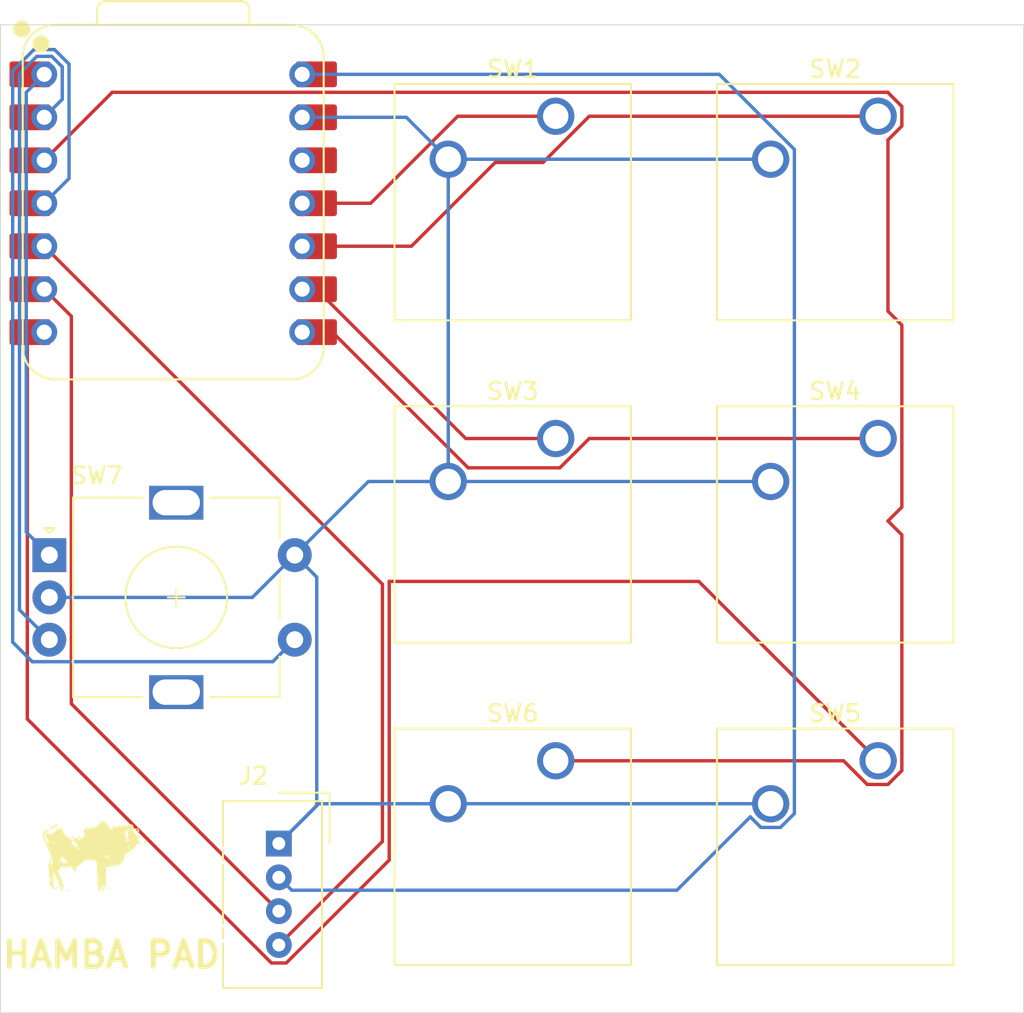
<source format=kicad_pcb>
(kicad_pcb (version 20241229) (generator "pcbnew") (generator_version "9.0")
  (layers (0 "F.Cu" signal) (2 "B.Cu" signal) (13 "F.Paste" user) (15 "B.Paste" user) (5 "F.SilkS" user "F.Silkscreen") (7 "B.SilkS" user "B.Silkscreen") (1 "F.Mask" user) (3 "B.Mask" user) (25 "Edge.Cuts" user))
  (net 0 "")
  (net 1 "Earth")
  (net 2 "SDA")
  (net 3 "+5V")
  (net 4 "SCL")
  (net 5 "SW1")
  (net 6 "SW2")
  (net 7 "SW3")
  (net 8 "SW4")
  (net 9 "SW5")
  (net 10 "SW6")
  (net 11 "Rotary 1")
  (net 12 "SW7")
  (net 13 "Rotary 2")
  (footprint "Button_Switch_Keyboard:SW_Cherry_MX_1.00u_PCB" (layer "F.Cu") (at 187.96 85.4075)
    (property "Reference" "SW3" (at -2.54 -2.794 0) (layer "F.SilkS"))
    (property "Value" "SW_Push")
    (fp_line (start -9.525 -1.905) (end 4.445 -1.905) (stroke (width 0.12)) (layer "F.SilkS"))
    (fp_line (start -9.525 12.065) (end -9.525 -1.905) (stroke (width 0.12)) (layer "F.SilkS"))
    (fp_line (start 4.445 -1.905) (end 4.445 12.065) (stroke (width 0.12)) (layer "F.SilkS"))
    (fp_line (start 4.445 12.065) (end -9.525 12.065) (stroke (width 0.12)) (layer "F.SilkS"))
    (pad "" np_thru_hole circle (at -7.62 5.08) (size 1.7 1.7) (drill 1.7) (layers "*.Cu" "*.Mask"))
    (pad "" np_thru_hole circle (at -2.54 5.08) (size 4 4) (drill 4) (layers "*.Cu" "*.Mask"))
    (pad "" np_thru_hole circle (at 2.54 5.08) (size 1.7 1.7) (drill 1.7) (layers "*.Cu" "*.Mask"))
    (pad "1" thru_hole circle (at 0 0) (size 2.2 2.2) (drill 1.5) (layers "*.Cu" "*.Mask") (net 7 "SW3"))
    (pad "2" thru_hole circle (at -6.35 2.54) (size 2.2 2.2) (drill 1.5) (layers "*.Cu" "*.Mask") (net 1 "Earth"))
  )
  (footprint "Rotary_Encoder:RotaryEncoder_Alps_EC11E-Switch_Vertical_H20mm" (layer "F.Cu") (at 158.04 92.3)
    (property "Reference" "SW7" (at 2.8 -4.7 0) (layer "F.SilkS"))
    (property "Value" "RotaryEncoder_Switch")
    (fp_line (start -0.3 -1.6) (end 0.3 -1.6) (stroke (width 0.12)) (layer "F.SilkS"))
    (fp_line (start 0 -1.3) (end -0.3 -1.6) (stroke (width 0.12)) (layer "F.SilkS"))
    (fp_line (start 0.3 -1.6) (end 0 -1.3) (stroke (width 0.12)) (layer "F.SilkS"))
    (fp_line (start 1.4 -3.4) (end 1.4 8.4) (stroke (width 0.12)) (layer "F.SilkS"))
    (fp_line (start 5.5 -3.4) (end 1.4 -3.4) (stroke (width 0.12)) (layer "F.SilkS"))
    (fp_line (start 5.5 8.4) (end 1.4 8.4) (stroke (width 0.12)) (layer "F.SilkS"))
    (fp_line (start 7 2.5) (end 8 2.5) (stroke (width 0.12)) (layer "F.SilkS"))
    (fp_line (start 7.5 2) (end 7.5 3) (stroke (width 0.12)) (layer "F.SilkS"))
    (fp_line (start 9.5 -3.4) (end 13.6 -3.4) (stroke (width 0.12)) (layer "F.SilkS"))
    (fp_line (start 13.6 -3.4) (end 13.6 -1) (stroke (width 0.12)) (layer "F.SilkS"))
    (fp_line (start 13.6 1.2) (end 13.6 3.8) (stroke (width 0.12)) (layer "F.SilkS"))
    (fp_line (start 13.6 6) (end 13.6 8.4) (stroke (width 0.12)) (layer "F.SilkS"))
    (fp_line (start 13.6 8.4) (end 9.5 8.4) (stroke (width 0.12)) (layer "F.SilkS"))
    (fp_circle (center 7.5 2.5) (end 10.5 2.5) (stroke (width 0.12)) (fill no) (layer "F.SilkS"))
    (pad "A" thru_hole rect (at 0 0) (size 2 2) (drill 1) (layers "*.Cu" "*.Mask") (net 11 "Rotary 1"))
    (pad "B" thru_hole circle (at 0 5) (size 2 2) (drill 1) (layers "*.Cu" "*.Mask") (net 13 "Rotary 2"))
    (pad "C" thru_hole circle (at 0 2.5) (size 2 2) (drill 1) (layers "*.Cu" "*.Mask") (net 1 "Earth"))
    (pad "MP" thru_hole rect (at 7.5 -3.1) (size 3.2 2) (drill oval 2.8 1.5) (layers "*.Cu" "*.Mask"))
    (pad "MP" thru_hole rect (at 7.5 8.1) (size 3.2 2) (drill oval 2.8 1.5) (layers "*.Cu" "*.Mask"))
    (pad "S1" thru_hole circle (at 14.5 5) (size 2 2) (drill 1) (layers "*.Cu" "*.Mask") (net 12 "SW7"))
    (pad "S2" thru_hole circle (at 14.5 0) (size 2 2) (drill 1) (layers "*.Cu" "*.Mask") (net 1 "Earth"))
  )
  (footprint "Connector:NS-Tech_Grove_1x04_P2mm_Vertical" (layer "F.Cu") (at 171.6 109.3475)
    (property "Reference" "J2" (at -1.5 -4 0) (layer "F.SilkS"))
    (property "Value" "Conn_01x04_Pin")
    (fp_line (start -3.3 -2.5) (end -3.3 0.15) (stroke (width 0.12)) (layer "F.SilkS"))
    (fp_line (start -3.3 -2.5) (end 2.55 -2.5) (stroke (width 0.12)) (layer "F.SilkS"))
    (fp_line (start -3.3 0.4) (end -3.3 1) (stroke (width 0.12)) (layer "F.SilkS"))
    (fp_line (start -3.3 1.25) (end -3.3 4.75) (stroke (width 0.12)) (layer "F.SilkS"))
    (fp_line (start -3.3 5) (end -3.3 5.6) (stroke (width 0.12)) (layer "F.SilkS"))
    (fp_line (start -3.3 5.9) (end -3.3 8.55) (stroke (width 0.12)) (layer "F.SilkS"))
    (fp_line (start -3.3 8.55) (end 2.55 8.55) (stroke (width 0.12)) (layer "F.SilkS"))
    (fp_line (start 0 -3) (end 3 -3) (stroke (width 0.12)) (layer "F.SilkS"))
    (fp_line (start 2.55 -2.5) (end 2.55 8.55) (stroke (width 0.12)) (layer "F.SilkS"))
    (fp_line (start 3 -3) (end 3 0) (stroke (width 0.12)) (layer "F.SilkS"))
    (pad "1" thru_hole rect (at 0 0) (size 1.524 1.524) (drill 0.762) (layers "*.Cu" "*.Mask") (net 1 "Earth"))
    (pad "2" thru_hole circle (at 0 2) (size 1.524 1.524) (drill 0.762) (layers "*.Cu" "*.Mask") (net 3 "+5V"))
    (pad "3" thru_hole circle (at 0 4) (size 1.524 1.524) (drill 0.762) (layers "*.Cu" "*.Mask") (net 4 "SCL"))
    (pad "4" thru_hole circle (at 0 6) (size 1.524 1.524) (drill 0.762) (layers "*.Cu" "*.Mask") (net 2 "SDA"))
  )
  (footprint "New folder:hama" (layer "F.Cu") (at 160.55 109.94)
    (property "Reference" "G***" (at 0 0 0) (layer "F.SilkS") (effects (font (size 1.5 1.5) (thickness 0.3))))
    (property "Value" "LOGO" (hide yes))
    (fp_poly (pts (xy -2.146287 1.913886) (xy -2.159958 1.927556) (xy -2.173628 1.913886) (xy -2.159958 1.900215)) (fill yes) (layer "F.SilkS"))
    (fp_poly (pts (xy -1.517439 2.077933) (xy -1.531109 2.091604) (xy -1.54478 2.077933) (xy -1.531109 2.064262)) (fill yes) (layer "F.SilkS"))
    (fp_poly (pts (xy 0.505812 2.132615) (xy 0.492141 2.146286) (xy 0.478471 2.132615) (xy 0.492141 2.118945)) (fill yes) (layer "F.SilkS"))
    (fp_poly (pts (xy 0.642518 2.24198) (xy 0.628847 2.255651) (xy 0.615177 2.24198) (xy 0.628847 2.22831)) (fill yes) (layer "F.SilkS"))
    (fp_poly (pts (xy 0.642518 2.296663) (xy 0.628847 2.310333) (xy 0.615177 2.296663) (xy 0.628847 2.282992)) (fill yes) (layer "F.SilkS"))
    (fp_poly (pts (xy 0.724542 2.296663) (xy 0.710871 2.310333) (xy 0.697201 2.296663) (xy 0.710871 2.282992)) (fill yes) (layer "F.SilkS"))
    (fp_poly (pts (xy 0.943272 1.913886) (xy 0.929601 1.927556) (xy 0.91593 1.913886) (xy 0.929601 1.900215)) (fill yes) (layer "F.SilkS"))
    (fp_poly (pts (xy 2.365015 -1.77718) (xy 2.351345 -1.763509) (xy 2.337674 -1.77718) (xy 2.351345 -1.790851)) (fill yes) (layer "F.SilkS"))
    (fp_poly (pts (xy 2.665769 -1.585791) (xy 2.652098 -1.572121) (xy 2.638428 -1.585791) (xy 2.652098 -1.599462)) (fill yes) (layer "F.SilkS"))
    (fp_poly (pts (xy 2.775134 -1.230355) (xy 2.761463 -1.216685) (xy 2.747793 -1.230355) (xy 2.761463 -1.244026)) (fill yes) (layer "F.SilkS"))
    (fp_poly (pts (xy 3.021205 -0.65619) (xy 3.007534 -0.642519) (xy 2.993864 -0.65619) (xy 3.007534 -0.66986)) (fill yes) (layer "F.SilkS"))
    (fp_poly (pts (xy 3.048546 -0.601507) (xy 3.034875 -0.587837) (xy 3.021205 -0.601507) (xy 3.034875 -0.615178)) (fill yes) (layer "F.SilkS"))
    (fp_poly (pts (xy -1.581235 2.100717) (xy -1.584988 2.116972) (xy -1.599463 2.118945) (xy -1.621967 2.108941) (xy -1.61769 2.100717) (xy -1.585242 2.097445)) (fill yes) (layer "F.SilkS"))
    (fp_poly (pts (xy 3.066774 -0.551382) (xy 3.06302 -0.535127) (xy 3.048546 -0.533154) (xy 3.026041 -0.543158) (xy 3.030319 -0.551382) (xy 3.062766 -0.554654)) (fill yes) (layer "F.SilkS"))
    (fp_poly (pts (xy -2.511122 -1.309299) (xy -2.515394 -1.298709) (xy -2.539963 -1.272625) (xy -2.544348 -1.271367) (xy -2.556092 -1.292521) (xy -2.556406 -1.298709) (xy -2.535387 -1.324999) (xy -2.527451 -1.32605)) (fill yes) (layer "F.SilkS"))
    (fp_poly (pts (xy 0.806565 2.24198) (xy 0.832649 2.266549) (xy 0.833907 2.270935) (xy 0.812753 2.282679) (xy 0.806565 2.282992) (xy 0.780275 2.261974) (xy 0.779224 2.254037) (xy 0.795974 2.237708)) (fill yes) (layer "F.SilkS"))
    (fp_poly (pts (xy 0.825329 1.972559) (xy 0.820236 1.982239) (xy 0.794475 2.00835) (xy 0.789668 2.00958) (xy 0.787802 1.991919) (xy 0.792895 1.982239) (xy 0.818656 1.956128) (xy 0.823463 1.954898)) (fill yes) (layer "F.SilkS"))
    (fp_poly (pts (xy 2.827401 -1.083178) (xy 2.85213 -1.039082) (xy 2.87202 -0.983519) (xy 2.864668 -0.974337) (xy 2.835901 -1.014363) (xy 2.828563 -1.027638) (xy 2.809191 -1.07586) (xy 2.809489 -1.096107)) (fill yes) (layer "F.SilkS"))
    (fp_poly (pts (xy 1.069077 2.058897) (xy 1.066307 2.064262) (xy 1.028223 2.086104) (xy 0.989505 2.091185) (xy 0.950502 2.086839) (xy 0.961414 2.070464) (xy 0.970613 2.064262) (xy 1.021422 2.04172) (xy 1.060153 2.039932)) (fill yes) (layer "F.SilkS"))
    (fp_poly (pts (xy -1.107603 -0.996007) (xy -1.099833 -0.942234) (xy -1.100975 -0.937245) (xy -1.112272 -0.899033) (xy -1.127047 -0.896811) (xy -1.160199 -0.932572) (xy -1.172346 -0.946795) (xy -1.203525 -0.994134) (xy -1.193601 -1.022267) (xy -1.188034 -1.026106) (xy -1.142588 -1.029665)) (fill yes) (layer "F.SilkS"))
    (fp_poly (pts (xy 3.158117 -0.762584) (xy 3.175442 -0.746059) (xy 3.206235 -0.700974) (xy 3.198821 -0.648948) (xy 3.190687 -0.629858) (xy 3.158203 -0.581634) (xy 3.122871 -0.557154) (xy 3.10098 -0.567331) (xy 3.087573 -0.643681) (xy 3.091205 -0.718466) (xy 3.102651 -0.751884) (xy 3.127453 -0.777508)) (fill yes) (layer "F.SilkS"))
    (fp_poly (pts (xy -1.460566 2.153121) (xy -1.419017 2.192887) (xy -1.391431 2.200969) (xy -1.364196 2.214575) (xy -1.367062 2.22831) (xy -1.406504 2.253192) (xy -1.424972 2.255651) (xy -1.452613 2.242842) (xy -1.450253 2.230199) (xy -1.453682 2.195084) (xy -1.46231 2.187574) (xy -1.488411 2.147501) (xy -1.489266 2.137837) (xy -1.478094 2.130464)) (fill yes) (layer "F.SilkS"))
    (fp_poly (pts (xy 2.707952 -1.522603) (xy 2.740819 -1.468946) (xy 2.773914 -1.403115) (xy 2.79722 -1.344418) (xy 2.802373 -1.319214) (xy 2.7831 -1.280914) (xy 2.743265 -1.272992) (xy 2.710172 -1.299396) (xy 2.707793 -1.305544) (xy 2.69794 -1.353008) (xy 2.689158 -1.420817) (xy 2.68338 -1.488407) (xy 2.682534 -1.535214) (xy 2.685332 -1.54478)) (fill yes) (layer "F.SilkS"))
    (fp_poly (pts (xy -1.985642 -1.713261) (xy -1.983061 -1.70922) (xy -1.979348 -1.666792) (xy -2.012987 -1.637206) (xy -2.066647 -1.633368) (xy -2.079595 -1.637328) (xy -2.113691 -1.631715) (xy -2.118946 -1.612795) (xy -2.14227 -1.577186) (xy -2.187299 -1.556007) (xy -2.238449 -1.535998) (xy -2.255652 -1.517663) (xy -2.277848 -1.492445) (xy -2.303499 -1.480621) (xy -2.363096 -1.451849) (xy -2.408121 -1.422564) (xy -2.456638 -1.39727) (xy -2.48331 -1.398774) (xy -2.498949 -1.439005) (xy -2.501723 -1.469092) (xy -2.485357 -1.504645) (xy -2.432021 -1.546586) (xy -2.335357 -1.599488) (xy -2.289829 -1.621574) (xy -2.171195 -1.677808) (xy -2.094684 -1.71324) (xy -2.052947 -1.730371) (xy -2.03864 -1.731704) (xy -2.044417 -1.719741) (xy -2.060776 -1.699603) (xy -2.083768 -1.664668) (xy -2.065768 -1.654444) (xy -2.053941 -1.654144) (xy -2.016259 -1.676487) (xy -2.009162 -1.701992) (xy -2.004573 -1.733486)) (fill yes) (layer "F.SilkS"))
    (fp_poly (pts (xy 0.704376 -1.90168) (xy 0.799797 -1.858364) (xy 0.88908 -1.782458) (xy 0.950675 -1.693247) (xy 0.958068 -1.67465) (xy 0.983748 -1.634274) (xy 1.000064 -1.626803) (xy 1.024611 -1.604013) (xy 1.06155 -1.54503) (xy 1.09296 -1.483262) (xy 1.160089 -1.33972) (xy 1.16267 -1.425986) (xy 2.127743 -1.425986) (xy 2.132172 -1.399046) (xy 2.158196 -1.353493) (xy 2.191894 -1.309203) (xy 2.219348 -1.286051) (xy 2.225178 -1.286862) (xy 2.21931 -1.313993) (xy 2.190653 -1.365758) (xy 2.188816 -1.368581) (xy 2.152625 -1.413928) (xy 2.128572 -1.426645) (xy 2.127743 -1.425986) (xy 1.16267 -1.425986) (xy 1.16377 -1.462756) (xy 1.167361 -1.532408) (xy 1.173951 -1.552431) (xy 1.185903 -1.527873) (xy 1.189343 -1.517438) (xy 1.205668 -1.477725) (xy 1.213335 -1.490341) (xy 1.213958 -1.498546) (xy 1.227976 -1.531874) (xy 1.244025 -1.531109) (xy 1.266933 -1.537905) (xy 1.271366 -1.560184) (xy 1.279893 -1.59026) (xy 1.308058 -1.575706) (xy 1.346569 -1.556999) (xy 1.359892 -1.560396) (xy 1.394882 -1.573672) (xy 1.460334 -1.586057) (xy 1.469413 -1.587243) (xy 1.558245 -1.604543) (xy 1.657881 -1.632426) (xy 1.677321 -1.639005) (xy 1.747523 -1.66204) (xy 1.780531 -1.664103) (xy 1.790309 -1.643544) (xy 1.79085 -1.62559) (xy 1.802532 -1.581825) (xy 1.818191 -1.572121) (xy 1.838651 -1.595545) (xy 1.845532 -1.641332) (xy 1.864154 -1.705746) (xy 1.91061 -1.729019) (xy 1.970784 -1.70509) (xy 1.978574 -1.698472) (xy 2.039642 -1.664116) (xy 2.104735 -1.655807) (xy 2.152439 -1.674736) (xy 2.161183 -1.688321) (xy 2.193479 -1.711654) (xy 2.255173 -1.724435) (xy 2.32648 -1.7264) (xy 2.387615 -1.717287) (xy 2.418793 -1.696834) (xy 2.419698 -1.691753) (xy 2.43415 -1.657588) (xy 2.444479 -1.654144) (xy 2.458524 -1.632364) (xy 2.454923 -1.599316) (xy 2.458721 -1.528705) (xy 2.503102 -1.483137) (xy 2.575505 -1.47477) (xy 2.582217 -1.476091) (xy 2.63617 -1.479803) (xy 2.656326 -1.452455) (xy 2.657972 -1.439117) (xy 2.645485 -1.398117) (xy 2.592505 -1.376145) (xy 2.574998 -1.373086) (xy 2.503588 -1.371907) (xy 2.453414 -1.38767) (xy 2.453214 -1.38783) (xy 2.414278 -1.405942) (xy 2.402559 -1.381458) (xy 2.420882 -1.320724) (xy 2.422105 -1.318015) (xy 2.468404 -1.259876) (xy 2.519031 -1.231885) (xy 2.576375 -1.201592) (xy 2.647404 -1.143617) (xy 2.717025 -1.073081) (xy 2.770145 -1.005104) (xy 2.791297 -0.959126) (xy 2.776906 -0.924992) (xy 2.726587 -0.915931) (xy 2.655538 -0.915931) (xy 2.724999 -0.840743) (xy 2.78889 -0.759345) (xy 2.814137 -0.697734) (xy 2.798357 -0.662138) (xy 2.794104 -0.660115) (xy 2.797053 -0.650784) (xy 2.843013 -0.64299) (xy 2.870828 -0.640954) (xy 2.927656 -0.635201) (xy 2.934341 -0.627397) (xy 2.918675 -0.623223) (xy 2.866005 -0.601324) (xy 2.865938 -0.572069) (xy 2.9139 -0.546171) (xy 2.952981 -0.526855) (xy 2.956744 -0.514262) (xy 2.924439 -0.513093) (xy 2.86156 -0.527519) (xy 2.84243 -0.533503) (xy 2.741435 -0.549475) (xy 2.659495 -0.520392) (xy 2.589632 -0.442483) (xy 2.553877 -0.377558) (xy 2.488157 -0.277188) (xy 2.398374 -0.210376) (xy 2.270639 -0.167173) (xy 2.25565 -0.163854) (xy 2.174127 -0.132305) (xy 2.087494 -0.078531) (xy 2.064262 -0.059754) (xy 2.008824 -0.00391) (xy 1.973772 0.056497) (xy 1.949762 0.141054) (xy 1.937813 0.205335) (xy 1.907171 0.331355) (xy 1.863125 0.443313) (xy 1.811753 0.529897) (xy 1.759135 0.579793) (xy 1.732476 0.587498) (xy 1.686395 0.608872) (xy 1.642957 0.656235) (xy 1.610245 0.695747) (xy 1.567367 0.716028) (xy 1.496843 0.722878) (xy 1.441589 0.723037) (xy 1.287766 0.724245) (xy 1.178958 0.731216) (xy 1.11873 0.743616) (xy 1.107319 0.754464) (xy 1.083032 0.769228) (xy 1.021665 0.785053) (xy 0.986474 0.791138) (xy 0.865629 0.809259) (xy 0.848606 1.006137) (xy 0.834409 1.268032) (xy 0.833288 1.5625) (xy 0.838842 1.742521) (xy 0.83941 1.837912) (xy 0.828095 1.895467) (xy 0.801035 1.93144) (xy 0.792307 1.938276) (xy 0.756918 1.96821) (xy 0.757697 1.994795) (xy 0.793258 2.038546) (xy 0.847577 2.099792) (xy 0.770098 2.080931) (xy 0.720305 2.074461) (xy 0.706705 2.084809) (xy 0.707125 2.085542) (xy 0.693972 2.1087) (xy 0.643213 2.136868) (xy 0.625619 2.143731) (xy 0.556813 2.180262) (xy 0.513119 2.224657) (xy 0.510065 2.231278) (xy 0.488077 2.2663) (xy 0.458415 2.251988) (xy 0.457155 2.25074) (xy 0.4302 2.197854) (xy 0.423788 2.154488) (xy 0.421001 2.141789) (xy 0.463527 2.141789) (xy 0.469358 2.155401) (xy 0.50607 2.158527) (xy 0.564762 2.136337) (xy 0.625926 2.099138) (xy 0.670055 2.057237) (xy 0.676837 2.045773) (xy 0.691627 1.977439) (xy 0.683066 1.908279) (xy 0.656062 1.858338) (xy 0.627806 1.845533) (xy 0.599536 1.861707) (xy 0.602963 1.909955) (xy 0.600207 1.966635) (xy 0.573922 2.020182) (xy 0.536409 2.052549) (xy 0.506716 2.051151) (xy 0.485546 2.06171) (xy 0.468038 2.100607) (xy 0.463527 2.141789) (xy 0.421001 2.141789) (xy 0.413102 2.105793) (xy 0.394833 2.091604) (xy 0.379388 2.074468) (xy 0.384666 2.061206) (xy 0.382692 2.022647) (xy 0.369075 2.009561) (xy 0.352011 1.97602) (xy 0.339269 1.897058) (xy 0.330445 1.769272) (xy 0.326417 1.650346) (xy 0.32308 1.531109) (xy 0.568314 1.531109) (xy 0.570052 1.595949) (xy 0.574925 1.61965) (xy 0.579741 1.606673) (xy 0.584664 1.531664) (xy 0.580114 1.469967) (xy 0.57385 1.450993) (xy 0.569544 1.480544) (xy 0.568314 1.531109) (xy 0.32308 1.531109) (xy 0.317355 1.326564) (xy 0.307272 1.052422) (xy 0.296226 0.828833) (xy 0.286137 0.68353) (xy 1.079978 0.68353) (xy 1.093648 0.697201) (xy 1.107319 0.68353) (xy 1.093648 0.66986) (xy 1.079978 0.68353) (xy 0.286137 0.68353) (xy 0.284275 0.656707) (xy 0.271478 0.536957) (xy 0.257893 0.470492) (xy 0.250424 0.457205) (xy 0.181139 0.423789) (xy 1.162001 0.423789) (xy 1.172005 0.446294) (xy 1.180229 0.442016) (xy 1.183501 0.409569) (xy 1.180229 0.405561) (xy 1.163975 0.409314) (xy 1.162001 0.423789) (xy 0.181139 0.423789) (xy 0.153142 0.410286) (xy 0.021527 0.382133) (xy -0.126957 0.373993) (xy -0.274842 0.387113) (xy -0.377086 0.412408) (xy -0.444323 0.439745) (xy -0.503693 0.477043) (xy -0.566122 0.533712) (xy -0.642538 0.619159) (xy -0.705067 0.694814) (xy -0.764192 0.739057) (xy -0.805296 0.738616) (xy -0.847764 0.734626) (xy -0.876711 0.760893) (xy -0.897568 0.826179) (xy -0.911805 0.91047) (xy -0.92824 0.992063) (xy -0.952601 1.033153) (xy -0.989935 1.047516) (xy -1.034089 1.041231) (xy -1.073778 1.001165) (xy -1.109765 0.938151) (xy -1.211261 0.771515) (xy -1.345287 0.598826) (xy -1.495977 0.439485) (xy -1.575852 0.36818) (xy -1.656004 0.303742) (xy -1.720753 0.255856) (xy -1.758286 0.233158) (xy -1.761582 0.2324) (xy -1.802223 0.254768) (xy -1.828336 0.323764) (xy -1.8408 0.44223) (xy -1.842062 0.492142) (xy -1.847816 0.670462) (xy -1.860197 0.811813) (xy -1.878437 0.91119) (xy -1.901769 0.96359) (xy -1.915423 0.970613) (xy -1.962087 0.990653) (xy -1.972948 1.03523) (xy -1.960344 1.06067) (xy -1.939448 1.107051) (xy -1.919571 1.182854) (xy -1.914575 1.209849) (xy -1.897958 1.280649) (xy -1.878738 1.321815) (xy -1.871711 1.326049) (xy -1.85216 1.350051) (xy -1.833257 1.409612) (xy -1.829405 1.428579) (xy -1.803666 1.52346) (xy -1.764894 1.621979) (xy -1.758779 1.634576) (xy -1.730077 1.704411) (xy -1.720683 1.755033) (xy -1.723078 1.764447) (xy -1.724047 1.789267) (xy -1.717276 1.791063) (xy -1.690715 1.813194) (xy -1.664233 1.857976) (xy -1.647667 1.92239) (xy -1.671568 1.979299) (xy -1.699809 2.029702) (xy -1.70609 2.055927) (xy -1.705758 2.103166) (xy -1.723207 2.107244) (xy -1.736169 2.091604) (xy -1.757999 2.06862) (xy -1.763091 2.085626) (xy -1.741516 2.125079) (xy -1.722655 2.136339) (xy -1.694891 2.162075) (xy -1.696927 2.176492) (xy -1.730706 2.200271) (xy -1.764056 2.174165) (xy -1.779099 2.139451) (xy -1.810962 2.070754) (xy -1.847918 2.014479) (xy -1.88384 1.951854) (xy -1.921465 1.861166) (xy -1.940368 1.803434) (xy -1.972359 1.707564) (xy -2.016905 1.592601) (xy -2.068952 1.469545) (xy -2.123445 1.349399) (xy -2.175329 1.243163) (xy -2.219551 1.16184) (xy -2.251055 1.116431) (xy -2.258536 1.110915) (xy -2.273272 1.11906) (xy -2.280716 1.160403) (xy -2.281266 1.241793) (xy -2.275325 1.370078) (xy -2.274504 1.383845) (xy -2.26604 1.509481) (xy -2.257001 1.62005) (xy -2.248688 1.700657) (xy -2.244262 1.730063) (xy -2.243101 1.771966) (xy -2.257081 1.776296) (xy -2.275964 1.787075) (xy -2.282993 1.831107) (xy -2.26695 1.892424) (xy -2.238145 1.919141) (xy -2.209038 1.935919) (xy -2.224208 1.958393) (xy -2.242985 1.972683) (xy -2.27663 2.002607) (xy -2.272601 2.022766) (xy -2.224711 2.039346) (xy -2.163913 2.051736) (xy -2.097312 2.06241) (xy -2.073593 2.056344) (xy -2.082065 2.027751) (xy -2.090356 2.011913) (xy -2.109595 1.970786) (xy -2.095119 1.970166) (xy -2.067285 1.986697) (xy -2.032331 2.025272) (xy -2.045206 2.060068) (xy -2.099144 2.08421) (xy -2.170141 2.09123) (xy -2.295631 2.081453) (xy -2.369681 2.053268) (xy -2.392358 2.010078) (xy -2.408268 1.954233) (xy -2.442069 1.897067) (xy -2.468454 1.848091) (xy -2.485243 1.776651) (xy -2.494643 1.670378) (xy -2.49763 1.585791) (xy -2.504071 1.441826) (xy -2.515706 1.28775) (xy -2.530196 1.15369) (xy -2.532481 1.137097) (xy -2.544791 1.025884) (xy -2.549647 0.925714) (xy -2.546068 0.857514) (xy -2.545685 0.855491) (xy -2.543946 0.833907) (xy -2.474382 0.833907) (xy -2.464378 0.856412) (xy -2.456154 0.852135) (xy -2.452882 0.819687) (xy -2.456154 0.81568) (xy -2.472409 0.819433) (xy -2.474382 0.833907) (xy -2.543946 0.833907) (xy -2.541454 0.802978) (xy -2.555784 0.792513) (xy -2.556016 0.792654) (xy -2.581469 0.786517) (xy -2.591547 0.762437) (xy -2.462303 0.762437) (xy -2.443471 0.765376) (xy -2.434003 0.762014) (xy -2.397272 0.727724) (xy -2.392358 0.707946) (xy -2.400866 0.672668) (xy -2.424856 0.688421) (xy -2.446711 0.723927) (xy -2.462303 0.762437) (xy -2.591547 0.762437) (xy -2.598284 0.746339) (xy -2.598992 0.738213) (xy -2.528227 0.738213) (xy -2.516945 0.743104) (xy -2.501723 0.724542) (xy -2.478587 0.674699) (xy -2.475219 0.656189) (xy -2.486501 0.651298) (xy -2.501723 0.66986) (xy -2.524859 0.719703) (xy -2.528227 0.738213) (xy -2.598992 0.738213) (xy -2.602973 0.692517) (xy -2.59205 0.645452) (xy -2.583189 0.633681) (xy -2.55933 0.617874) (xy -2.564281 0.646582) (xy -2.565739 0.650774) (xy -2.569567 0.684176) (xy -2.557263 0.68406) (xy -2.538985 0.647642) (xy -2.534103 0.593781) (xy -2.525858 0.527103) (xy -2.501778 0.43466) (xy -2.479236 0.369106) (xy -2.447218 0.293307) (xy -2.428776 0.269197) (xy -2.423754 0.297166) (xy -2.431996 0.377607) (xy -2.444161 0.456813) (xy -2.452863 0.539598) (xy -2.450594 0.601671) (xy -2.445588 0.617528) (xy -2.412669 0.635086) (xy -2.378512 0.614953) (xy -2.365017 0.57483) (xy -2.343792 0.533361) (xy -2.33084 0.526223) (xy -2.322792 0.496486) (xy -2.33333 0.425828) (xy -2.359607 0.323634) (xy -2.398778 0.199291) (xy -2.408399 0.172489) (xy 0.751883 0.172489) (xy 0.768142 0.201661) (xy 0.796902 0.236828) (xy 0.833065 0.270537) (xy 0.858048 0.262556) (xy 0.87669 0.239024) (xy 0.900779 0.197627) (xy 0.901577 0.19033) (xy 0.95383 0.19033) (xy 0.970304 0.231824) (xy 0.999557 0.271511) (xy 1.031384 0.265359) (xy 1.045384 0.254671) (xy 1.072282 0.226374) (xy 1.051181 0.213597) (xy 1.029807 0.209993) (xy 0.982909 0.191323) (xy 0.970613 0.171259) (xy 0.960318 0.153487) (xy 0.954727 0.157149) (xy 0.95383 0.19033) (xy 0.901577 0.19033) (xy 0.902439 0.182454) (xy 0.870623 0.171705) (xy 0.817569 0.165571) (xy 0.769425 0.165784) (xy 0.751883 0.172489) (xy -2.408399 0.172489) (xy -2.420139 0.139786) (xy 1.007352 0.139786) (xy 1.011625 0.150377) (xy 1.036194 0.17646) (xy 1.040579 0.177718) (xy 1.052323 0.156564) (xy 1.052636 0.150377) (xy 1.031618 0.124086) (xy 1.023682 0.123035) (xy 1.007352 0.139786) (xy -2.420139 0.139786) (xy -2.447997 0.062184) (xy -2.504416 -0.078301) (xy -2.536019 -0.150377) (xy -2.589699 -0.275544) (xy -2.598539 -0.297829) (xy -0.779226 -0.297829) (xy -0.756899 -0.288271) (xy -0.738214 -0.287083) (xy -0.701822 -0.301392) (xy -0.697202 -0.313566) (xy -0.717243 -0.32861) (xy -0.738214 -0.324312) (xy -0.774189 -0.304905) (xy -0.779226 -0.297829) (xy -2.598539 -0.297829) (xy -2.644693 -0.41418) (xy -2.675552 -0.498309) (xy -1.238144 -0.498309) (xy -1.233434 -0.489823) (xy -1.204624 -0.466309) (xy -1.15585 -0.430455) (xy -1.136558 -0.42731) (xy -1.134662 -0.436498) (xy -1.156135 -0.456532) (xy -1.196179 -0.479018) (xy -1.238144 -0.498309) (xy -2.675552 -0.498309) (xy -2.678304 -0.505813) (xy -2.725666 -0.62404) (xy -2.735422 -0.644299) (xy -2.112242 -0.644299) (xy -2.108502 -0.642519) (xy -2.083551 -0.661767) (xy -2.077934 -0.66986) (xy -2.075718 -0.677989) (xy -2.019851 -0.677989) (xy -1.98224 -0.674177) (xy -1.943425 -0.678474) (xy -1.948063 -0.687968) (xy -2.00404 -0.691579) (xy -2.016416 -0.687968) (xy -2.019851 -0.677989) (xy -2.075718 -0.677989) (xy -2.070967 -0.695421) (xy -2.074707 -0.697202) (xy -2.099658 -0.677954) (xy -2.105275 -0.66986) (xy -2.112242 -0.644299) (xy -2.735422 -0.644299) (xy -2.740996 -0.655874) (xy -2.40412 -0.655874) (xy -2.37457 -0.651569) (xy -2.324005 -0.650339) (xy -2.259165 -0.652076) (xy -2.235464 -0.65695) (xy -2.248441 -0.661765) (xy -2.323449 -0.666689) (xy -2.385147 -0.662139) (xy -2.40412 -0.655874) (xy -2.740996 -0.655874) (xy -2.783865 -0.744894) (xy -2.825962 -0.818755) (xy -2.88676 -0.946713) (xy -2.911373 -1.073974) (xy -2.900441 -1.189283) (xy -2.854605 -1.281384) (xy -2.79695 -1.328864) (xy -2.75494 -1.349069) (xy -2.753634 -1.339724) (xy -2.768393 -1.320777) (xy -2.805206 -1.246035) (xy -2.828082 -1.141236) (xy -2.833976 -1.02991) (xy -2.81984 -0.93559) (xy -2.81871 -0.932198) (xy -2.764815 -0.818573) (xy -2.688761 -0.7433) (xy -2.618801 -0.706637) (xy -2.546335 -0.680414) (xy -2.501604 -0.671408) (xy -2.492113 -0.678987) (xy -2.525364 -0.702518) (xy -2.54529 -0.712837) (xy -2.633299 -0.781116) (xy -2.698964 -0.880387) (xy -2.740934 -0.99845) (xy -2.757862 -1.1231) (xy -2.748399 -1.242136) (xy -2.711195 -1.343355) (xy -2.644903 -1.414555) (xy -2.624115 -1.426007) (xy -2.571579 -1.441458) (xy -2.557537 -1.42599) (xy -2.581898 -1.387431) (xy -2.625019 -1.348301) (xy -2.671904 -1.297039) (xy -2.669731 -1.260269) (xy -2.619436 -1.244256) (xy -2.609474 -1.244026) (xy -2.566045 -1.226513) (xy -2.556406 -1.203014) (xy -2.545119 -1.164693) (xy -2.5359 -1.158885) (xy -2.432966 -1.146754) (xy -2.365918 -1.150632) (xy -2.31761 -1.173192) (xy -2.290092 -1.197197) (xy -2.225006 -1.261483) (xy -2.160221 -1.325475) (xy -2.114049 -1.379307) (xy -2.091933 -1.421261) (xy -2.091605 -1.424657) (xy -2.069019 -1.476779) (xy -2.009365 -1.499989) (xy -1.932264 -1.491447) (xy -1.869319 -1.480179) (xy -1.845539 -1.491672) (xy -1.845534 -1.492006) (xy -1.823949 -1.515345) (xy -1.811357 -1.516972) (xy -1.78494 -1.493728) (xy -1.748131 -1.435476) (xy -1.709006 -1.358678) (xy -1.675642 -1.279796) (xy -1.656113 -1.215292) (xy -1.65398 -1.196179) (xy -1.632485 -1.165009) (xy -1.617522 -1.162002) (xy -1.580308 -1.13965) (xy -1.549755 -1.093649) (xy -1.514229 -1.043172) (xy -1.480361 -1.025296) (xy -1.432453 -1.005966) (xy -1.406345 -0.982201) (xy -1.384303 -0.943697) (xy -1.404788 -0.917978) (xy -1.406661 -0.916804) (xy -1.425148 -0.892749) (xy -1.418582 -0.848659) (xy -1.391233 -0.782888) (xy -1.357364 -0.721119) (xy -1.325595 -0.679911) (xy -1.304129 -0.666211) (xy -1.301173 -0.686965) (xy -1.309765 -0.713916) (xy -1.312017 -0.745129) (xy -1.283112 -0.741258) (xy -1.239882 -0.726727) (xy -1.228978 -0.724543) (xy -1.228137 -0.703613) (xy -1.235961 -0.678784) (xy -1.239473 -0.64635) (xy -1.207423 -0.650715) (xy -1.17539 -0.654545) (xy -1.173523 -0.621311) (xy -1.177424 -0.604267) (xy -1.178895 -0.552598) (xy -1.139718 -0.5269) (xy -1.12784 -0.523646) (xy -1.067104 -0.494576) (xy -0.995205 -0.441991) (xy -0.973633 -0.422561) (xy -0.910237 -0.370256) (xy -0.868009 -0.358168) (xy -0.850157 -0.366967) (xy -0.813526 -0.388847) (xy -0.802964 -0.389375) (xy -0.810458 -0.399809) (xy -0.840825 -0.429118) (xy -0.852694 -0.447078) (xy 1.913825 -0.447078) (xy 1.926524 -0.403063) (xy 1.94284 -0.396448) (xy 1.950039 -0.420612) (xy 1.952773 -0.480524) (xy 1.952547 -0.498978) (xy 1.950345 -0.56371) (xy 1.945177 -0.577376) (xy 1.932916 -0.543581) (xy 1.926369 -0.521826) (xy 1.913825 -0.447078) (xy -0.852694 -0.447078) (xy -0.877577 -0.484731) (xy -0.886041 -0.507593) (xy -0.772522 -0.507593) (xy -0.768782 -0.505813) (xy -0.743831 -0.525061) (xy -0.738214 -0.533154) (xy -0.731247 -0.558715) (xy -0.734987 -0.560495) (xy -0.759938 -0.541248) (xy -0.765555 -0.533154) (xy -0.772522 -0.507593) (xy -0.886041 -0.507593) (xy -0.907939 -0.566741) (xy -0.910203 -0.576444) (xy -0.83175 -0.576444) (xy -0.826723 -0.540982) (xy -0.81739 -0.540559) (xy -0.810863 -0.577152) (xy -0.815231 -0.592963) (xy -0.827371 -0.603319) (xy -0.83175 -0.576444) (xy -0.910203 -0.576444) (xy -0.914105 -0.593165) (xy -0.926254 -0.642519) (xy -0.669861 -0.642519) (xy -0.659857 -0.620014) (xy -0.651633 -0.624292) (xy -0.648361 -0.656739) (xy -0.651633 -0.660747) (xy -0.667888 -0.656993) (xy -0.669861 -0.642519) (xy -0.926254 -0.642519) (xy -0.928027 -0.649722) (xy -0.93781 -0.663321) (xy -0.940277 -0.649354) (xy -0.954676 -0.599801) (xy -0.979398 -0.590506) (xy -0.996798 -0.623854) (xy -0.997956 -0.641557) (xy -1.018564 -0.692015) (xy -1.065799 -0.73126) (xy -1.117777 -0.743873) (xy -1.134914 -0.738058) (xy -1.149528 -0.743819) (xy -1.143775 -0.77097) (xy -1.140627 -0.776793) (xy -0.816044 -0.776793) (xy -0.81551 -0.735766) (xy -0.815239 -0.735045) (xy -0.796608 -0.708563) (xy -0.777225 -0.72778) (xy -0.767205 -0.765555) (xy -0.587837 -0.765555) (xy -0.574167 -0.751884) (xy -0.560496 -0.765555) (xy -0.574167 -0.779225) (xy -0.587837 -0.765555) (xy -0.767205 -0.765555) (xy -0.765455 -0.772153) (xy -0.769248 -0.785201) (xy -0.795291 -0.799086) (xy -0.816044 -0.776793) (xy -1.140627 -0.776793) (xy -1.100439 -0.851138) (xy -1.039473 -0.88566) (xy -1.007085 -0.88859) (xy -0.942692 -0.906745) (xy -0.873776 -0.951047) (xy -0.867171 -0.956943) (xy -0.808724 -0.999011) (xy -0.750267 -1.023571) (xy -0.708179 -1.025543) (xy -0.697202 -1.009673) (xy -0.71686 -0.975629) (xy -0.76035 -0.935702) (xy -0.798876 -0.91349) (xy -0.802954 -0.890208) (xy -0.76755 -0.843996) (xy -0.751393 -0.828304) (xy -0.698 -0.787883) (xy -0.66125 -0.776448) (xy -0.655429 -0.780457) (xy -0.660093 -0.804517) (xy -0.671172 -0.806566) (xy -0.690543 -0.826491) (xy -0.68677 -0.848998) (xy -0.684713 -0.877265) (xy -0.701062 -0.872534) (xy -0.721368 -0.872941) (xy -0.718276 -0.89162) (xy -0.680375 -0.918939) (xy -0.60417 -0.923446) (xy -0.537214 -0.924997) (xy -0.519687 -0.941695) (xy -0.522775 -0.948598) (xy -0.523223 -0.968178) (xy -0.493584 -0.961279) (xy -0.458942 -0.956133) (xy -0.462229 -0.98744) (xy -0.461381 -1.045366) (xy -0.448255 -1.069774) (xy -0.432849 -1.119798) (xy -0.436835 -1.12763) (xy 1.963562 -1.12763) (xy 1.9664 -1.066308) (xy 1.974357 -0.964339) (xy 1.98193 -0.911775) (xy 1.991994 -0.90344) (xy 2.007423 -0.934153) (xy 2.020396 -0.969014) (xy 2.044888 -1.025861) (xy 2.062248 -1.034463) (xy 2.07214 -1.016862) (xy 2.075152 -0.978561) (xy 2.063404 -0.970614) (xy 2.037932 -0.949571) (xy 2.036921 -0.941659) (xy 2.0526 -0.924052) (xy 2.060418 -0.927227) (xy 2.078268 -0.92237) (xy 2.077949 -0.883966) (xy 2.063256 -0.828547) (xy 2.037984 -0.772645) (xy 2.01857 -0.744883) (xy 1.992425 -0.710117) (xy 1.998541 -0.705223) (xy 1.999255 -0.705629) (xy 2.025112 -0.695701) (xy 2.043869 -0.637504) (xy 2.044524 -0.633596) (xy 2.067433 -0.535842) (xy 2.100227 -0.446856) (xy 2.136564 -0.379977) (xy 2.170105 -0.348546) (xy 2.180073 -0.348409) (xy 2.205616 -0.379834) (xy 2.231514 -0.446757) (xy 2.242393 -0.489388) (xy 2.261903 -0.559832) (xy 2.281237 -0.597417) (xy 2.29024 -0.598815) (xy 2.305534 -0.605315) (xy 2.310333 -0.640415) (xy 2.291384 -0.695631) (xy 2.246746 -0.755162) (xy 2.194727 -0.797498) (xy 2.169671 -0.805657) (xy 2.163395 -0.782985) (xy 2.170441 -0.725884) (xy 2.173478 -0.711531) (xy 2.184753 -0.650317) (xy 2.177081 -0.630935) (xy 2.146474 -0.642418) (xy 2.08886 -0.6985) (xy 2.080887 -0.772667) (xy 2.097568 -0.815382) (xy 2.115555 -0.876569) (xy 2.127595 -0.972549) (xy 2.133087 -1.083941) (xy 2.131432 -1.191364) (xy 2.125725 -1.242378) (xy 2.177971 -1.242378) (xy 2.178641 -1.229124) (xy 2.185233 -1.207613) (xy 2.199878 -1.148567) (xy 2.203127 -1.12559) (xy 2.209739 -1.109621) (xy 2.218732 -1.126796) (xy 2.216357 -1.174782) (xy 2.200839 -1.208819) (xy 2.177971 -1.242378) (xy 2.125725 -1.242378) (xy 2.122027 -1.275437) (xy 2.112771 -1.305891) (xy 2.085136 -1.338168) (xy 2.041403 -1.328298) (xy 2.032859 -1.323876) (xy 1.994218 -1.290162) (xy 1.988392 -1.236174) (xy 1.992957 -1.207328) (xy 1.999837 -1.154848) (xy 1.990144 -1.152188) (xy 1.983103 -1.162002) (xy 1.968132 -1.169604) (xy 1.963562 -1.12763) (xy -0.436835 -1.12763) (xy -0.443892 -1.141496) (xy -0.459642 -1.187015) (xy -0.470423 -1.265748) (xy -0.473031 -1.319214) (xy -0.471902 -1.403551) (xy -0.461726 -1.446607) (xy -0.437669 -1.461621) (xy -0.420626 -1.462756) (xy -0.382832 -1.472192) (xy -0.380546 -1.486485) (xy -0.362643 -1.497506) (xy -0.302049 -1.505584) (xy -0.210732 -1.509323) (xy -0.183935 -1.509414) (xy -0.060652 -1.512581) (xy 0.034872 -1.527075) (xy 0.129283 -1.558723) (xy 0.213601 -1.596381) (xy 0.334721 -1.661274) (xy 0.41444 -1.724605) (xy 0.455955 -1.779218) (xy 0.519393 -1.866041) (xy 0.586833 -1.90648) (xy 0.672969 -1.907778)) (fill yes) (layer "F.SilkS"))
  )
  (footprint "Button_Switch_Keyboard:SW_Cherry_MX_1.00u_PCB" (layer "F.Cu") (at 207.01 104.4575)
    (property "Reference" "SW5" (at -2.54 -2.794 0) (layer "F.SilkS"))
    (property "Value" "SW_Push")
    (fp_line (start -9.525 -1.905) (end 4.445 -1.905) (stroke (width 0.12)) (layer "F.SilkS"))
    (fp_line (start -9.525 12.065) (end -9.525 -1.905) (stroke (width 0.12)) (layer "F.SilkS"))
    (fp_line (start 4.445 -1.905) (end 4.445 12.065) (stroke (width 0.12)) (layer "F.SilkS"))
    (fp_line (start 4.445 12.065) (end -9.525 12.065) (stroke (width 0.12)) (layer "F.SilkS"))
    (pad "" np_thru_hole circle (at -7.62 5.08) (size 1.7 1.7) (drill 1.7) (layers "*.Cu" "*.Mask"))
    (pad "" np_thru_hole circle (at -2.54 5.08) (size 4 4) (drill 4) (layers "*.Cu" "*.Mask"))
    (pad "" np_thru_hole circle (at 2.54 5.08) (size 1.7 1.7) (drill 1.7) (layers "*.Cu" "*.Mask"))
    (pad "1" thru_hole circle (at 0 0) (size 2.2 2.2) (drill 1.5) (layers "*.Cu" "*.Mask") (net 9 "SW5"))
    (pad "2" thru_hole circle (at -6.35 2.54) (size 2.2 2.2) (drill 1.5) (layers "*.Cu" "*.Mask") (net 1 "Earth"))
  )
  (footprint "OPL:XIAO-RP2040-DIP" (layer "F.Cu") (at 165.36 71.5)
    (property "Reference" "U1" (hide yes))
    (property "Value" "XIAO-RP2040-DIP")
    (fp_line (start -8.89 8.509) (end -8.89 -8.636) (stroke (width 0.127)) (layer "F.SilkS"))
    (fp_line (start -6.985 10.414) (end 6.985 10.414) (stroke (width 0.127)) (layer "F.SilkS"))
    (fp_line (start -4.495 -10.541) (end -4.491272 -11.451272) (stroke (width 0.127)) (layer "F.SilkS"))
    (fp_line (start -3.991272 -11.951) (end 4.004 -11.951) (stroke (width 0.127)) (layer "F.SilkS"))
    (fp_line (start 4.504 -11.451) (end 4.504 -10.541) (stroke (width 0.127)) (layer "F.SilkS"))
    (fp_line (start 6.985 -10.541) (end -6.985 -10.541) (stroke (width 0.1)) (layer "F.SilkS"))
    (fp_line (start 6.985 -10.541) (end -6.985 -10.541) (stroke (width 0.127)) (layer "F.SilkS"))
    (fp_line (start 8.89 8.509) (end 8.89 -8.636) (stroke (width 0.127)) (layer "F.SilkS"))
    (fp_arc (start -8.89 -8.636) (mid -8.332038 -9.983038) (end -6.985 -10.541) (stroke (width 0.127)) (layer "F.SilkS"))
    (fp_arc (start -6.985 10.414) (mid -8.332038 9.856038) (end -8.89 8.509) (stroke (width 0.127)) (layer "F.SilkS"))
    (fp_arc (start -4.491272 -11.451272) (mid -4.344728 -11.80464) (end -3.991272 -11.951) (stroke (width 0.127)) (layer "F.SilkS"))
    (fp_arc (start 4.004 -11.951) (mid 4.357553 -11.804553) (end 4.504 -11.451) (stroke (width 0.127)) (layer "F.SilkS"))
    (fp_arc (start 6.985 -10.541) (mid 8.332038 -9.983038) (end 8.89 -8.636) (stroke (width 0.127)) (layer "F.SilkS"))
    (fp_arc (start 8.89 8.509) (mid 8.332038 9.856038) (end 6.985 10.414) (stroke (width 0.127)) (layer "F.SilkS"))
    (fp_circle (center -8.95 -10.3) (end -8.95 -10.554) (stroke (width 0.5)) (fill yes) (layer "F.SilkS"))
    (fp_circle (center -7.807 -9.42) (end -7.807 -9.674) (stroke (width 0.5)) (fill yes) (layer "F.SilkS"))
    (pad "1" smd roundrect (at -8.455 -7.62 180) (size 2.432 1.524) (layers "F.Cu" "F.Mask") (roundrect_rratio 0.1) (net 11 "Rotary 1"))
    (pad "1" thru_hole circle (at -7.62 -7.62 180) (size 1.524 1.524) (drill 0.889) (layers "*.Cu" "*.Mask") (net 11 "Rotary 1"))
    (pad "2" smd roundrect (at -8.455 -5.08 180) (size 2.432 1.524) (layers "F.Cu" "F.Mask") (roundrect_rratio 0.1) (net 13 "Rotary 2"))
    (pad "2" thru_hole circle (at -7.62 -5.08 180) (size 1.524 1.524) (drill 0.889) (layers "*.Cu" "*.Mask") (net 13 "Rotary 2"))
    (pad "3" smd roundrect (at -8.455 -2.54 180) (size 2.432 1.524) (layers "F.Cu" "F.Mask") (roundrect_rratio 0.1) (net 10 "SW6"))
    (pad "3" thru_hole circle (at -7.62 -2.54 180) (size 1.524 1.524) (drill 0.889) (layers "*.Cu" "*.Mask") (net 10 "SW6"))
    (pad "4" smd roundrect (at -8.455 0 180) (size 2.432 1.524) (layers "F.Cu" "F.Mask") (roundrect_rratio 0.1) (net 12 "SW7"))
    (pad "4" thru_hole circle (at -7.62 0 180) (size 1.524 1.524) (drill 0.889) (layers "*.Cu" "*.Mask") (net 12 "SW7"))
    (pad "5" smd roundrect (at -8.455 2.54 180) (size 2.432 1.524) (layers "F.Cu" "F.Mask") (roundrect_rratio 0.1) (net 2 "SDA"))
    (pad "5" thru_hole circle (at -7.62 2.54 180) (size 1.524 1.524) (drill 0.889) (layers "*.Cu" "*.Mask") (net 2 "SDA"))
    (pad "6" smd roundrect (at -8.455 5.08 180) (size 2.432 1.524) (layers "F.Cu" "F.Mask") (roundrect_rratio 0.1) (net 4 "SCL"))
    (pad "6" thru_hole circle (at -7.62 5.08 180) (size 1.524 1.524) (drill 0.889) (layers "*.Cu" "*.Mask") (net 4 "SCL"))
    (pad "7" smd roundrect (at -8.455 7.62 180) (size 2.432 1.524) (layers "F.Cu" "F.Mask") (roundrect_rratio 0.1) (net 9 "SW5"))
    (pad "7" thru_hole circle (at -7.62 7.62 180) (size 1.524 1.524) (drill 0.889) (layers "*.Cu" "*.Mask") (net 9 "SW5"))
    (pad "8" thru_hole circle (at 7.62 7.62) (size 1.524 1.524) (drill 0.889) (layers "*.Cu" "*.Mask") (net 8 "SW4"))
    (pad "8" smd roundrect (at 8.455 7.62) (size 2.432 1.524) (layers "F.Cu" "F.Mask") (roundrect_rratio 0.1) (net 8 "SW4"))
    (pad "9" thru_hole circle (at 7.62 5.08) (size 1.524 1.524) (drill 0.889) (layers "*.Cu" "*.Mask") (net 7 "SW3"))
    (pad "9" smd roundrect (at 8.455 5.08) (size 2.432 1.524) (layers "F.Cu" "F.Mask") (roundrect_rratio 0.1) (net 7 "SW3"))
    (pad "10" thru_hole circle (at 7.62 2.54) (size 1.524 1.524) (drill 0.889) (layers "*.Cu" "*.Mask") (net 6 "SW2"))
    (pad "10" smd roundrect (at 8.455 2.54) (size 2.432 1.524) (layers "F.Cu" "F.Mask") (roundrect_rratio 0.1) (net 6 "SW2"))
    (pad "11" thru_hole circle (at 7.62 0) (size 1.524 1.524) (drill 0.889) (layers "*.Cu" "*.Mask") (net 5 "SW1"))
    (pad "11" smd roundrect (at 8.455 0) (size 2.432 1.524) (layers "F.Cu" "F.Mask") (roundrect_rratio 0.1) (net 5 "SW1"))
    (pad "12" thru_hole circle (at 7.62 -2.54) (size 1.524 1.524) (drill 0.889) (layers "*.Cu" "*.Mask"))
    (pad "12" smd roundrect (at 8.455 -2.54) (size 2.432 1.524) (layers "F.Cu" "F.Mask") (roundrect_rratio 0.1))
    (pad "13" thru_hole circle (at 7.62 -5.08) (size 1.524 1.524) (drill 0.889) (layers "*.Cu" "*.Mask") (net 1 "Earth"))
    (pad "13" smd roundrect (at 8.455 -5.08) (size 2.432 1.524) (layers "F.Cu" "F.Mask") (roundrect_rratio 0.1) (net 1 "Earth"))
    (pad "14" thru_hole circle (at 7.62 -7.62) (size 1.524 1.524) (drill 0.889) (layers "*.Cu" "*.Mask") (net 3 "+5V"))
    (pad "14" smd roundrect (at 8.455 -7.62) (size 2.432 1.524) (layers "F.Cu" "F.Mask") (roundrect_rratio 0.1) (net 3 "+5V"))
  )
  (footprint "Button_Switch_Keyboard:SW_Cherry_MX_1.00u_PCB" (layer "F.Cu") (at 187.96 66.3575)
    (property "Reference" "SW1" (at -2.54 -2.794 0) (layer "F.SilkS"))
    (property "Value" "SW_Push")
    (fp_line (start -9.525 -1.905) (end 4.445 -1.905) (stroke (width 0.12)) (layer "F.SilkS"))
    (fp_line (start -9.525 12.065) (end -9.525 -1.905) (stroke (width 0.12)) (layer "F.SilkS"))
    (fp_line (start 4.445 -1.905) (end 4.445 12.065) (stroke (width 0.12)) (layer "F.SilkS"))
    (fp_line (start 4.445 12.065) (end -9.525 12.065) (stroke (width 0.12)) (layer "F.SilkS"))
    (pad "" np_thru_hole circle (at -7.62 5.08) (size 1.7 1.7) (drill 1.7) (layers "*.Cu" "*.Mask"))
    (pad "" np_thru_hole circle (at -2.54 5.08) (size 4 4) (drill 4) (layers "*.Cu" "*.Mask"))
    (pad "" np_thru_hole circle (at 2.54 5.08) (size 1.7 1.7) (drill 1.7) (layers "*.Cu" "*.Mask"))
    (pad "1" thru_hole circle (at 0 0) (size 2.2 2.2) (drill 1.5) (layers "*.Cu" "*.Mask") (net 5 "SW1"))
    (pad "2" thru_hole circle (at -6.35 2.54) (size 2.2 2.2) (drill 1.5) (layers "*.Cu" "*.Mask") (net 1 "Earth"))
  )
  (footprint "Button_Switch_Keyboard:SW_Cherry_MX_1.00u_PCB" (layer "F.Cu") (at 187.96 104.4575)
    (property "Reference" "SW6" (at -2.54 -2.794 0) (layer "F.SilkS"))
    (property "Value" "SW_Push")
    (fp_line (start -9.525 -1.905) (end 4.445 -1.905) (stroke (width 0.12)) (layer "F.SilkS"))
    (fp_line (start -9.525 12.065) (end -9.525 -1.905) (stroke (width 0.12)) (layer "F.SilkS"))
    (fp_line (start 4.445 -1.905) (end 4.445 12.065) (stroke (width 0.12)) (layer "F.SilkS"))
    (fp_line (start 4.445 12.065) (end -9.525 12.065) (stroke (width 0.12)) (layer "F.SilkS"))
    (pad "" np_thru_hole circle (at -7.62 5.08) (size 1.7 1.7) (drill 1.7) (layers "*.Cu" "*.Mask"))
    (pad "" np_thru_hole circle (at -2.54 5.08) (size 4 4) (drill 4) (layers "*.Cu" "*.Mask"))
    (pad "" np_thru_hole circle (at 2.54 5.08) (size 1.7 1.7) (drill 1.7) (layers "*.Cu" "*.Mask"))
    (pad "1" thru_hole circle (at 0 0) (size 2.2 2.2) (drill 1.5) (layers "*.Cu" "*.Mask") (net 10 "SW6"))
    (pad "2" thru_hole circle (at -6.35 2.54) (size 2.2 2.2) (drill 1.5) (layers "*.Cu" "*.Mask") (net 1 "Earth"))
  )
  (footprint "Button_Switch_Keyboard:SW_Cherry_MX_1.00u_PCB" (layer "F.Cu") (at 207.01 85.4075)
    (property "Reference" "SW4" (at -2.54 -2.794 0) (layer "F.SilkS"))
    (property "Value" "SW_Push")
    (fp_line (start -9.525 -1.905) (end 4.445 -1.905) (stroke (width 0.12)) (layer "F.SilkS"))
    (fp_line (start -9.525 12.065) (end -9.525 -1.905) (stroke (width 0.12)) (layer "F.SilkS"))
    (fp_line (start 4.445 -1.905) (end 4.445 12.065) (stroke (width 0.12)) (layer "F.SilkS"))
    (fp_line (start 4.445 12.065) (end -9.525 12.065) (stroke (width 0.12)) (layer "F.SilkS"))
    (pad "" np_thru_hole circle (at -7.62 5.08) (size 1.7 1.7) (drill 1.7) (layers "*.Cu" "*.Mask"))
    (pad "" np_thru_hole circle (at -2.54 5.08) (size 4 4) (drill 4) (layers "*.Cu" "*.Mask"))
    (pad "" np_thru_hole circle (at 2.54 5.08) (size 1.7 1.7) (drill 1.7) (layers "*.Cu" "*.Mask"))
    (pad "1" thru_hole circle (at 0 0) (size 2.2 2.2) (drill 1.5) (layers "*.Cu" "*.Mask") (net 8 "SW4"))
    (pad "2" thru_hole circle (at -6.35 2.54) (size 2.2 2.2) (drill 1.5) (layers "*.Cu" "*.Mask") (net 1 "Earth"))
  )
  (footprint "Button_Switch_Keyboard:SW_Cherry_MX_1.00u_PCB" (layer "F.Cu") (at 207.01 66.3575)
    (property "Reference" "SW2" (at -2.54 -2.794 0) (layer "F.SilkS"))
    (property "Value" "SW_Push")
    (fp_line (start -9.525 -1.905) (end 4.445 -1.905) (stroke (width 0.12)) (layer "F.SilkS"))
    (fp_line (start -9.525 12.065) (end -9.525 -1.905) (stroke (width 0.12)) (layer "F.SilkS"))
    (fp_line (start 4.445 -1.905) (end 4.445 12.065) (stroke (width 0.12)) (layer "F.SilkS"))
    (fp_line (start 4.445 12.065) (end -9.525 12.065) (stroke (width 0.12)) (layer "F.SilkS"))
    (pad "" np_thru_hole circle (at -7.62 5.08) (size 1.7 1.7) (drill 1.7) (layers "*.Cu" "*.Mask"))
    (pad "" np_thru_hole circle (at -2.54 5.08) (size 4 4) (drill 4) (layers "*.Cu" "*.Mask"))
    (pad "" np_thru_hole circle (at 2.54 5.08) (size 1.7 1.7) (drill 1.7) (layers "*.Cu" "*.Mask"))
    (pad "1" thru_hole circle (at 0 0) (size 2.2 2.2) (drill 1.5) (layers "*.Cu" "*.Mask") (net 6 "SW2"))
    (pad "2" thru_hole circle (at -6.35 2.54) (size 2.2 2.2) (drill 1.5) (layers "*.Cu" "*.Mask") (net 1 "Earth"))
  )
  (gr_rect (start 155.15 60.95) (end 215.61 119.35) (stroke (width 0.05)) (fill no) (layer "Edge.Cuts"))
  (gr_text "HAMBA PAD" (at 155.13 116.8 0) (layer "F.SilkS") (effects (font (size 1.5 1.5) (thickness 0.3) (bold yes)) (justify left bottom)))
  (segment (start 200.66 106.9975) (end 181.61 106.9975) (width 0.2) (layer "B.Cu") (net 1))
  (segment (start 172.54 92.3) (end 170.04 94.8) (width 0.2) (layer "B.Cu") (net 1))
  (segment (start 181.61 87.9475) (end 181.61 68.8975) (width 0.2) (layer "B.Cu") (net 1))
  (segment (start 171.6 109.3475) (end 173.841 107.1065) (width 0.2) (layer "B.Cu") (net 1))
  (segment (start 181.61 68.8975) (end 200.66 68.8975) (width 0.2) (layer "B.Cu") (net 1))
  (segment (start 172.54 92.3) (end 176.8925 87.9475) (width 0.2) (layer "B.Cu") (net 1))
  (segment (start 181.61 87.9475) (end 200.66 87.9475) (width 0.2) (layer "B.Cu") (net 1))
  (segment (start 181.61 68.8975) (end 179.1325 66.42) (width 0.2) (layer "B.Cu") (net 1))
  (segment (start 173.841 93.601) (end 172.54 92.3) (width 0.2) (layer "B.Cu") (net 1))
  (segment (start 179.1325 66.42) (end 172.98 66.42) (width 0.2) (layer "B.Cu") (net 1))
  (segment (start 170.04 94.8) (end 158.04 94.8) (width 0.2) (layer "B.Cu") (net 1))
  (segment (start 181.61 106.9975) (end 173.95 106.9975) (width 0.2) (layer "B.Cu") (net 1))
  (segment (start 173.841 107.1065) (end 173.841 93.601) (width 0.2) (layer "B.Cu") (net 1))
  (segment (start 173.95 106.9975) (end 171.6 109.3475) (width 0.2) (layer "B.Cu") (net 1))
  (segment (start 176.8925 87.9475) (end 181.61 87.9475) (width 0.2) (layer "B.Cu") (net 1))
  (segment (start 177.72 94.02) (end 157.74 74.04) (width 0.2) (layer "F.Cu") (net 2))
  (segment (start 171.6 115.3475) (end 177.72 109.2275) (width 0.2) (layer "F.Cu") (net 2))
  (segment (start 177.72 109.2275) (end 177.72 94.02) (width 0.2) (layer "F.Cu") (net 2))
  (segment (start 195.119531 112.109499) (end 199.455108 107.773922) (width 0.2) (layer "B.Cu") (net 3))
  (segment (start 202.061 107.577814) (end 202.061 68.317186) (width 0.2) (layer "B.Cu") (net 3))
  (segment (start 172.361999 112.109499) (end 195.119531 112.109499) (width 0.2) (layer "B.Cu") (net 3))
  (segment (start 199.455108 107.773922) (end 200.079686 108.3985) (width 0.2) (layer "B.Cu") (net 3))
  (segment (start 200.079686 108.3985) (end 201.240314 108.3985) (width 0.2) (layer "B.Cu") (net 3))
  (segment (start 202.061 68.317186) (end 197.623814 63.88) (width 0.2) (layer "B.Cu") (net 3))
  (segment (start 197.623814 63.88) (end 172.98 63.88) (width 0.2) (layer "B.Cu") (net 3))
  (segment (start 171.6 111.3475) (end 172.361999 112.109499) (width 0.2) (layer "B.Cu") (net 3))
  (segment (start 201.240314 108.3985) (end 202.061 107.577814) (width 0.2) (layer "B.Cu") (net 3))
  (segment (start 171.6 113.3475) (end 159.341 101.0885) (width 0.2) (layer "F.Cu") (net 4))
  (segment (start 159.341 78.181) (end 157.74 76.58) (width 0.2) (layer "F.Cu") (net 4))
  (segment (start 159.341 101.0885) (end 159.341 78.181) (width 0.2) (layer "F.Cu") (net 4))
  (segment (start 182.168686 66.3575) (end 177.026186 71.5) (width 0.2) (layer "F.Cu") (net 5))
  (segment (start 177.026186 71.5) (end 173.815 71.5) (width 0.2) (layer "F.Cu") (net 5))
  (segment (start 187.96 66.3575) (end 182.168686 66.3575) (width 0.2) (layer "F.Cu") (net 5))
  (segment (start 184.38947 69.0865) (end 179.43597 74.04) (width 0.2) (layer "F.Cu") (net 6))
  (segment (start 189.941314 66.3575) (end 187.212314 69.0865) (width 0.2) (layer "F.Cu") (net 6))
  (segment (start 187.212314 69.0865) (end 184.38947 69.0865) (width 0.2) (layer "F.Cu") (net 6))
  (segment (start 179.43597 74.04) (end 173.815 74.04) (width 0.2) (layer "F.Cu") (net 6))
  (segment (start 207.01 66.3575) (end 189.941314 66.3575) (width 0.2) (layer "F.Cu") (net 6))
  (segment (start 182.6425 85.4075) (end 173.815 76.58) (width 0.2) (layer "F.Cu") (net 7))
  (segment (start 187.96 85.4075) (end 182.6425 85.4075) (width 0.2) (layer "F.Cu") (net 7))
  (segment (start 207.01 85.4075) (end 189.941314 85.4075) (width 0.2) (layer "F.Cu") (net 8))
  (segment (start 188.208814 87.14) (end 182.783814 87.14) (width 0.2) (layer "F.Cu") (net 8))
  (segment (start 189.941314 85.4075) (end 188.208814 87.14) (width 0.2) (layer "F.Cu") (net 8))
  (segment (start 174.763814 79.12) (end 173.815 79.12) (width 0.2) (layer "F.Cu") (net 8))
  (segment (start 182.783814 87.14) (end 174.763814 79.12) (width 0.2) (layer "F.Cu") (net 8))
  (segment (start 178.121 110.32981) (end 172.04031 116.4105) (width 0.2) (layer "F.Cu") (net 9))
  (segment (start 156.739 101.98981) (end 156.739 79.286) (width 0.2) (layer "F.Cu") (net 9))
  (segment (start 156.739 79.286) (end 156.905 79.12) (width 0.2) (layer "F.Cu") (net 9))
  (segment (start 207.01 104.4575) (end 196.4064 93.8539) (width 0.2) (layer "F.Cu") (net 9))
  (segment (start 178.121 93.8539) (end 178.121 110.32981) (width 0.2) (layer "F.Cu") (net 9))
  (segment (start 171.15969 116.4105) (end 156.739 101.98981) (width 0.2) (layer "F.Cu") (net 9))
  (segment (start 196.4064 93.8539) (end 178.121 93.8539) (width 0.2) (layer "F.Cu") (net 9))
  (segment (start 172.04031 116.4105) (end 171.15969 116.4105) (width 0.2) (layer "F.Cu") (net 9))
  (segment (start 207.590314 67.7585) (end 208.411 66.937814) (width 0.2) (layer "F.Cu") (net 10))
  (segment (start 206.36753 105.8585) (end 207.590314 105.8585) (width 0.2) (layer "F.Cu") (net 10))
  (segment (start 207.590314 77.88263) (end 207.590314 67.7585) (width 0.2) (layer "F.Cu") (net 10))
  (segment (start 207.590314 105.8585) (end 208.411 105.037814) (width 0.2) (layer "F.Cu") (net 10))
  (segment (start 208.411 91.103684) (end 207.590314 90.282998) (width 0.2) (layer "F.Cu") (net 10))
  (segment (start 187.96 104.4575) (end 204.96653 104.4575) (width 0.2) (layer "F.Cu") (net 10))
  (segment (start 208.411 78.703316) (end 207.590314 77.88263) (width 0.2) (layer "F.Cu") (net 10))
  (segment (start 207.576814 64.943) (end 161.757 64.943) (width 0.2) (layer "F.Cu") (net 10))
  (segment (start 208.411 65.777186) (end 207.576814 64.943) (width 0.2) (layer "F.Cu") (net 10))
  (segment (start 208.411 105.037814) (end 208.411 91.103684) (width 0.2) (layer "F.Cu") (net 10))
  (segment (start 208.411 66.937814) (end 208.411 65.777186) (width 0.2) (layer "F.Cu") (net 10))
  (segment (start 207.590314 90.282998) (end 208.411 89.462312) (width 0.2) (layer "F.Cu") (net 10))
  (segment (start 204.96653 104.4575) (end 206.36753 105.8585) (width 0.2) (layer "F.Cu") (net 10))
  (segment (start 161.757 64.943) (end 157.74 68.96) (width 0.2) (layer "F.Cu") (net 10))
  (segment (start 208.411 89.462312) (end 208.411 78.703316) (width 0.2) (layer "F.Cu") (net 10))
  (segment (start 158.04 92.3) (end 156.677 90.937) (width 0.2) (layer "B.Cu") (net 11))
  (segment (start 156.677 90.937) (end 156.677 64.943) (width 0.2) (layer "B.Cu") (net 11))
  (segment (start 156.677 64.943) (end 157.74 63.88) (width 0.2) (layer "B.Cu") (net 11))
  (segment (start 158.34641 62.416) (end 159.204 63.27359) (width 0.2) (layer "B.Cu") (net 12))
  (segment (start 172.54 97.3) (end 171.239 98.601) (width 0.2) (layer "B.Cu") (net 12))
  (segment (start 157.13359 62.416) (end 158.34641 62.416) (width 0.2) (layer "B.Cu") (net 12))
  (segment (start 171.239 98.601) (end 157.03 98.601) (width 0.2) (layer "B.Cu") (net 12))
  (segment (start 157.03 98.601) (end 155.875 97.446) (width 0.2) (layer "B.Cu") (net 12))
  (segment (start 159.204 70.036) (end 157.74 71.5) (width 0.2) (layer "B.Cu") (net 12))
  (segment (start 155.875 97.446) (end 155.875 63.67459) (width 0.2) (layer "B.Cu") (net 12))
  (segment (start 159.204 63.27359) (end 159.204 70.036) (width 0.2) (layer "B.Cu") (net 12))
  (segment (start 155.875 63.67459) (end 157.13359 62.416) (width 0.2) (layer "B.Cu") (net 12))
  (segment (start 158.803 65.357) (end 157.74 66.42) (width 0.2) (layer "B.Cu") (net 13))
  (segment (start 156.276 95.536) (end 156.276 63.84069) (width 0.2) (layer "B.Cu") (net 13))
  (segment (start 157.29969 62.817) (end 158.18031 62.817) (width 0.2) (layer "B.Cu") (net 13))
  (segment (start 158.04 97.3) (end 156.276 95.536) (width 0.2) (layer "B.Cu") (net 13))
  (segment (start 158.803 63.43969) (end 158.803 65.357) (width 0.2) (layer "B.Cu") (net 13))
  (segment (start 158.18031 62.817) (end 158.803 63.43969) (width 0.2) (layer "B.Cu") (net 13))
  (segment (start 156.276 63.84069) (end 157.29969 62.817) (width 0.2) (layer "B.Cu") (net 13))
)
</source>
